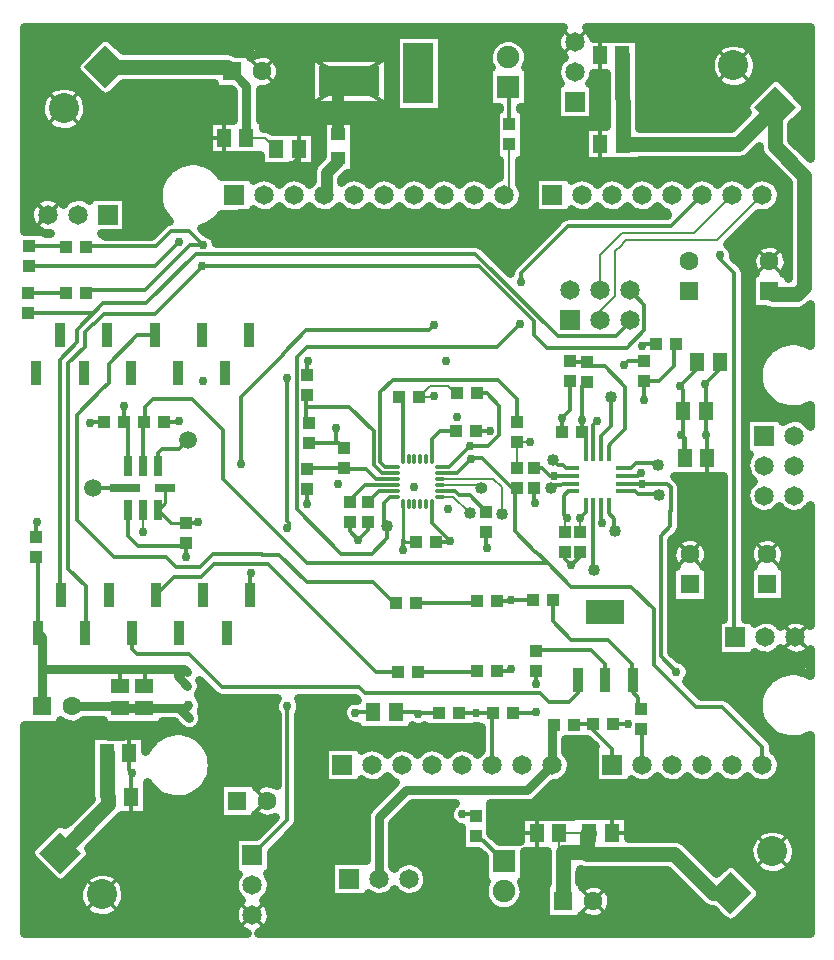
<source format=gbr>
G04 DipTrace 2.2.0.9*
%INTopAF.gbr*%
%MOIN*%
%ADD13C,0.01*%
%ADD14C,0.013*%
%ADD15C,0.0118*%
%ADD16C,0.03*%
%ADD17C,0.008*%
%ADD18C,0.04*%
%ADD19C,0.05*%
%ADD20C,0.1*%
%ADD22R,0.0433X0.0394*%
%ADD23R,0.0394X0.0433*%
%ADD24R,0.0512X0.0591*%
%ADD25R,0.063X0.063*%
%ADD26C,0.063*%
%ADD27R,0.0591X0.0512*%
%ADD28R,0.065X0.065*%
%ADD29C,0.065*%
%ADD31R,0.035X0.079*%
%ADD32R,0.1X0.2*%
%ADD34R,0.2X0.1*%
%ADD36R,0.075X0.075*%
%ADD37C,0.075*%
%ADD38R,0.0472X0.0394*%
%ADD40R,0.0374X0.0846*%
%ADD41R,0.128X0.0846*%
%ADD42C,0.0591*%
%ADD44O,0.0118X0.0335*%
%ADD45O,0.0335X0.0118*%
%ADD47R,0.0315X0.0118*%
%ADD48R,0.0118X0.0315*%
%ADD50R,0.0315X0.0657*%
%ADD51R,0.0657X0.0315*%
%ADD52R,0.0984X0.0315*%
%FSLAX44Y44*%
%SFA1B1*%
%OFA0B0*%
G04*
G70*
G90*
G75*
G01*
%LNTop*%
%LPD*%
X9722Y18019D2*
D13*
X9226D1*
X8796Y18449D1*
X9031Y19184D2*
Y18684D1*
X8796Y18449D1*
X17406Y17382D2*
X17026D1*
X16956Y17453D1*
Y18631D1*
X22936Y21025D2*
D14*
Y22562D1*
X23089Y22714D1*
X22937Y21454D2*
Y21026D1*
X22936Y21025D1*
X25411Y23960D2*
X25005D1*
X24938Y23893D1*
X22870Y17025D2*
Y16880D1*
X22581Y16591D1*
X22371Y17026D2*
Y16801D1*
X22581Y16591D1*
X16956Y17453D2*
Y17109D1*
X16973Y17092D1*
X21342Y19843D2*
X21614D1*
X21879Y19578D1*
X21999D1*
X9722Y18019D2*
X10124D1*
X10129Y18024D1*
X4932Y11890D2*
D16*
Y13146D1*
Y14213D1*
X4794Y14351D1*
X4932Y13146D2*
X7545D1*
X8377D1*
X9460D1*
X9667D1*
X9784Y13029D1*
X9460Y13146D2*
Y12898D1*
X9784Y12574D1*
X7545Y13146D2*
D14*
Y12582D1*
X7541Y12578D1*
X8377Y13146D2*
Y12609D1*
X8351Y12582D1*
X13777Y22929D2*
Y23392D1*
X13793Y23408D1*
X13777Y19134D2*
Y18671D1*
X13755Y18649D1*
X7009Y21359D2*
X6568D1*
X6549Y21340D1*
X9011Y21380D2*
X9474D1*
X9492Y21398D1*
X23056Y20188D2*
D15*
Y20411D1*
D14*
Y20905D1*
X22936Y21025D1*
X22692Y19568D2*
D15*
X22469D1*
D14*
X22009D1*
X21999Y19578D1*
X23568Y18692D2*
D15*
Y18469D1*
D14*
Y18014D1*
X23591Y17990D1*
X4794Y14351D2*
Y16794D1*
X4720Y16868D1*
X20636Y11681D2*
X21372D1*
X21387Y11696D1*
X18167Y11679D2*
X17488D1*
X17460Y11652D1*
X16725Y11688D2*
X17424D1*
X17460Y11652D1*
X10300Y27263D2*
X9877D1*
X8381Y25767D1*
X6512D1*
X6415Y25670D1*
X10300Y27263D2*
X9835Y27729D1*
X9224D1*
X8723Y27228D1*
X6377D1*
X6405Y27200D1*
X21388Y13082D2*
Y12649D1*
X21385Y12645D1*
X23531Y24776D2*
D17*
Y25075D1*
X24038Y25582D1*
Y27083D1*
X24135Y27180D1*
X24160D1*
X24413Y27433D1*
X27433D1*
X28940Y28940D1*
X23531Y25776D2*
Y26952D1*
X24260Y27681D1*
X26681D1*
X27940Y28940D1*
X8686Y24266D2*
D14*
X8106D1*
X7160Y23320D1*
Y22683D1*
X6933Y22455D1*
X6948D1*
X6092Y21600D1*
Y18107D1*
X7319Y16880D1*
X9072D1*
X9413Y16538D1*
X10210D1*
X10642Y16971D1*
X12258D1*
X12281Y16948D1*
X12850D1*
X13760Y16037D1*
X15976D1*
X16710Y15304D1*
Y15470D1*
X16856D1*
X16721Y15336D1*
X14792Y30169D2*
D18*
Y30053D1*
X14420Y29682D1*
Y29020D1*
X14340Y28940D1*
X5932Y11890D2*
D16*
X7480D1*
X7541Y11830D1*
X8351Y11834D2*
X9582D1*
X9697D1*
X9813Y11951D1*
X9582Y11834D2*
Y11757D1*
X9841Y11498D1*
X7541Y11830D2*
X8346D1*
X8351Y11834D1*
X18836Y11679D2*
D14*
X19965D1*
X19967Y11681D1*
X15977Y11688D2*
X15391D1*
X15383Y11680D1*
X19967Y11681D2*
X19409D1*
X19408Y11682D1*
X18075Y17382D2*
X18532D1*
X18540Y17390D1*
X19746Y17710D2*
Y17176D1*
X19752Y17170D1*
X20089Y15400D2*
X20543D1*
X20578Y15435D1*
X21342Y19173D2*
Y18720D1*
X21377Y18685D1*
X13819Y20674D2*
X14742D1*
X14840D1*
X14997Y20517D1*
X14742Y20674D2*
Y21161D1*
X14740Y21163D1*
X24999Y23417D2*
X24457D1*
X24323Y23284D1*
X22533Y22739D2*
Y21768D1*
X22258Y21494D1*
X22267Y21025D2*
Y21484D1*
X22258Y21494D1*
X23312Y20188D2*
D15*
Y20411D1*
D14*
Y21281D1*
X23442Y21411D1*
X19413Y21079D2*
X19873D1*
X19880Y21087D1*
X20103Y13070D2*
X20526D1*
X20578Y13122D1*
X15190Y18045D2*
Y17739D1*
X15483Y17445D1*
X15795Y18027D2*
Y17757D1*
X15483Y17445D1*
X11877Y15611D2*
Y16317D1*
X11903Y16344D1*
X4720Y17537D2*
Y17973D1*
X4771Y18024D1*
X7796Y18449D2*
Y17575D1*
X8143Y17228D1*
X9600D1*
X9722Y17350D1*
Y16873D1*
X9728Y16867D1*
X23972Y11302D2*
X24469D1*
X24472Y11305D1*
X19940Y9940D2*
Y11655D1*
X19967Y11681D1*
X17940Y18631D2*
D15*
Y18399D1*
D14*
Y17990D1*
X18540Y17390D1*
X21292Y15435D2*
X20578D1*
X13094Y22845D2*
Y18069D1*
X13160Y18003D1*
Y17904D1*
X13094Y17838D1*
X18940Y8302D2*
X19324D1*
X19385Y8241D1*
X20513Y30628D2*
D17*
Y29113D1*
X20340Y28940D1*
X8296Y19919D2*
D14*
Y21335D1*
X8342Y21380D1*
X18196Y19675D2*
D15*
X18428D1*
D14*
X18753D1*
X19219Y20141D1*
X20764Y19185D2*
X20587D1*
X19606Y20166D1*
X19244D1*
X19219Y20141D1*
X28940Y9940D2*
Y10551D1*
X27614Y11877D1*
X26738D1*
X25328Y13286D1*
Y15130D1*
X24576Y15882D1*
X22571D1*
X21787Y16667D1*
X21411Y17042D1*
X21383D1*
X20698Y17727D1*
Y19118D1*
X20764Y19185D1*
X21787Y16667D2*
X13772D1*
X10952Y19486D1*
Y21118D1*
X9947Y22123D1*
X8628D1*
X8378Y21873D1*
Y21416D1*
X8342Y21380D1*
X7796Y19919D2*
Y21241D1*
X7678Y21359D1*
X18196Y19872D2*
D15*
X18428D1*
D14*
X18506D1*
X19199Y20565D1*
X19815D1*
X20183Y20934D1*
Y21915D1*
X19776Y22322D1*
X19457D1*
X19433Y22346D1*
X7678Y21359D2*
Y21915D1*
X7683Y21920D1*
X8296Y18449D2*
D17*
Y17717D1*
X8288Y17708D1*
X24188Y19312D2*
D15*
X24411D1*
D14*
X24924D1*
X24925Y19311D1*
X25774D1*
X25893Y19191D1*
Y18406D1*
X25882Y18394D1*
Y17905D1*
X25555Y17578D1*
Y13567D1*
X26084Y13038D1*
X27520Y26943D2*
Y26817D1*
X27999Y26337D1*
Y14252D1*
X28051Y14200D1*
X11555Y19966D2*
Y22203D1*
X12973Y23621D1*
Y23652D1*
X13750Y24429D1*
X17845D1*
X18008Y24592D1*
X13109Y11904D2*
Y8109D1*
X11940Y6940D1*
X22371Y17695D2*
D17*
Y18087D1*
X22447Y18163D1*
X20775Y20710D2*
X21187D1*
X21193Y20704D1*
X20764Y19854D2*
Y20700D1*
X20775Y20710D1*
X22692Y19056D2*
D15*
X22479D1*
D14*
X22343Y18920D1*
Y18266D1*
X22447Y18163D1*
X16700Y19872D2*
D15*
X16468D1*
D14*
X16383D1*
X16207Y20047D1*
Y22367D1*
X16618Y22778D1*
X20121D1*
X20775Y22124D1*
Y21380D1*
X22870Y17695D2*
D17*
Y18149D1*
X22860Y18159D1*
X18763Y22346D2*
Y22306D1*
X18484Y22585D1*
X17880D1*
X17505Y22210D1*
X17976D1*
X18010Y22244D1*
X23056Y18692D2*
D15*
Y18469D1*
D14*
Y18355D1*
X22860Y18159D1*
X16956Y20128D2*
D15*
Y20360D1*
D14*
Y22090D1*
X16835Y22210D1*
X24280Y33589D2*
D19*
X24285Y30642D1*
X28138D1*
X29369Y31873D1*
X11750Y30847D2*
D17*
X12379D1*
X12744Y30482D1*
X11750Y30847D2*
D16*
Y32576D1*
X11260Y33067D1*
X7046Y33217D2*
D19*
X11110D1*
X11260Y33067D1*
X27883Y5673D2*
X27294D1*
X26003Y6964D1*
X23111D1*
Y7623D1*
X23174Y7686D1*
D17*
X22189D1*
X22167Y7664D1*
Y5554D1*
X22309Y5411D1*
X7086Y10336D2*
D19*
Y8925D1*
X7150Y8861D1*
Y8629D1*
X5535Y7014D1*
X29369Y31873D2*
Y30561D1*
X30346Y29584D1*
Y25879D1*
X30096Y25629D1*
X29291D1*
X29180Y25739D1*
X26284Y25521D2*
D17*
X26510Y25748D1*
X26304Y21752D2*
Y20218D1*
X26357Y20166D1*
X23111Y6964D2*
D19*
X23049Y7027D1*
X22305D1*
Y5416D1*
X22309Y5411D1*
X26357Y20166D2*
D14*
Y20823D1*
X26234Y20945D1*
X26304Y21752D2*
Y21015D1*
X26234Y20945D1*
X26304Y21752D2*
Y22441D1*
X26187Y22557D1*
X26784Y23373D2*
Y23154D1*
X26187Y22557D1*
X17390Y15336D2*
X19356D1*
X19420Y15400D1*
X7687Y19184D2*
X6655D1*
X6634Y19163D1*
X24999Y22748D2*
X25513D1*
X26013Y23248D1*
Y23960D1*
X26080D1*
X24188Y19568D2*
D15*
X24411D1*
D14*
X24807D1*
X24915Y19676D1*
X24992Y22118D2*
Y22741D1*
X24999Y22748D1*
X23089Y23383D2*
X22557D1*
X22533Y23408D1*
X23824Y20188D2*
D15*
Y20411D1*
D14*
Y20557D1*
X23860Y20593D1*
Y20651D1*
X24362Y21153D1*
Y22552D1*
X23686Y23228D1*
X23244D1*
X23089Y23383D1*
X23568Y20188D2*
D15*
Y20910D1*
D14*
X23888Y21230D1*
Y22200D1*
X14792Y30956D2*
D18*
Y32369D1*
X15169Y32746D1*
X11002Y30847D2*
D14*
X10367D1*
X10364Y30850D1*
X13492Y30482D2*
Y30189D1*
X13212Y29909D1*
X13234D1*
X13262Y29937D1*
X23537Y30642D2*
Y31219D1*
X23496Y31260D1*
X23532Y33589D2*
Y32851D1*
X23504Y32823D1*
X27532Y23373D2*
Y23133D1*
X27022Y22622D1*
X27052Y21752D2*
Y22593D1*
X27022Y22622D1*
X27052Y21752D2*
Y20943D1*
X27059Y20936D1*
X27105Y20166D2*
Y20890D1*
X27059Y20936D1*
X23922Y7686D2*
X24438D1*
X24456Y7704D1*
X21419Y7664D2*
X20787D1*
X20754Y7631D1*
X7898Y8861D2*
Y9656D1*
X7925Y9683D1*
X7834Y10336D2*
Y9774D1*
X7925Y9683D1*
X22811Y12771D2*
Y12335D1*
X22513Y12037D1*
X21837D1*
X21537Y12337D1*
X15703D1*
X15503Y12538D1*
X10922D1*
X9820Y13639D1*
X8093D1*
X7942Y13789D1*
Y14350D1*
Y14351D1*
X21388Y13751D2*
Y13781D1*
X23234D1*
X23715Y13300D1*
Y12772D1*
X23716Y12771D1*
X16700Y19478D2*
D15*
X16468D1*
D14*
X16069D1*
X15744Y19803D1*
X15042D1*
X14997Y19848D1*
X13821D1*
X13777Y19804D1*
X16700Y19675D2*
D15*
X16468D1*
D14*
X16268D1*
X15998Y19945D1*
Y21061D1*
X15179Y21881D1*
X13794D1*
X13751Y21838D1*
Y22234D1*
X13777Y22260D1*
X13751Y21838D2*
Y21410D1*
X13819Y21343D1*
X21940Y9940D2*
D16*
Y11239D1*
X21985Y11284D1*
X16165Y6149D2*
Y8198D1*
X17079Y9111D1*
X21111D1*
X21940Y9940D1*
X17483Y13025D2*
D14*
X19389D1*
X19434Y13070D1*
X4510Y27225D2*
X5711D1*
X5735Y27200D1*
X4470Y25675D2*
X5741D1*
X5745Y25670D1*
X20513Y31298D2*
Y32488D1*
X20466Y32535D1*
X19385Y7571D2*
X19481D1*
X20321Y6732D1*
X22692Y19824D2*
D15*
X22469D1*
D14*
X22400D1*
X22285Y19938D1*
X22144D1*
X21965Y20117D1*
X8796Y19919D2*
Y20339D1*
X8931Y20474D1*
X9517D1*
X9799Y20756D1*
X24188Y19056D2*
D15*
X24411D1*
D14*
X24711D1*
X24787Y18981D1*
X25452D1*
X25495Y18938D1*
X23824Y18692D2*
D15*
Y18469D1*
D14*
Y18325D1*
X23995Y18154D1*
Y17785D1*
X24028Y17752D1*
X24188Y19824D2*
D15*
X24411D1*
D14*
X24568D1*
X24738Y19994D1*
X25427D1*
X25471Y19950D1*
X22692Y19312D2*
D15*
X22469D1*
D14*
X22286D1*
X22243Y19269D1*
X21994D1*
X21888Y19164D1*
X23312Y18692D2*
D15*
Y18469D1*
D14*
Y16462D1*
X23320Y16454D1*
X24622Y12771D2*
Y12357D1*
X24816Y12162D1*
Y11899D1*
X24900Y11815D1*
X21961Y15435D2*
Y14738D1*
X22580Y14120D1*
X23794D1*
X24600Y13314D1*
Y12792D1*
X24622Y12771D1*
X18196Y19281D2*
D17*
X19734D1*
Y19115D1*
X19689Y19160D1*
X19571D1*
X18196Y18887D2*
X18647D1*
X19144Y18391D1*
X19267D1*
Y18237D1*
X19198Y18306D1*
Y18336D1*
X19746Y18379D2*
D14*
X19189Y18936D1*
X18832D1*
X18692Y19076D1*
X18432D1*
D15*
Y19084D1*
X18196D1*
X15190Y18715D2*
D14*
Y18785D1*
X15686Y19281D1*
X16472D1*
D15*
X16700D1*
X18744Y21079D2*
D14*
X18212D1*
X17944Y20812D1*
D15*
Y20351D1*
X17940D1*
Y20128D1*
X15795Y18696D2*
D14*
X16184Y19084D1*
X16472D1*
D15*
X16700D1*
X20278Y18302D2*
D17*
X20254D1*
Y19192D1*
X19969Y19478D1*
X18196D1*
X16814Y13025D2*
D14*
X16084D1*
X12455Y16654D1*
X10680D1*
X10247Y16221D1*
X9339D1*
X8729Y15611D1*
X23940Y9940D2*
Y10474D1*
X23112Y11302D1*
X23303D1*
X22672D1*
X22654Y11284D1*
X16700Y18887D2*
D15*
X16527D1*
D14*
X16321Y18682D1*
Y18021D1*
X16451Y17891D1*
X20892Y26033D2*
Y26325D1*
X22363Y27796D1*
Y27811D1*
X22456Y27905D1*
X25905D1*
X26940Y28940D1*
X16451Y17891D2*
Y17498D1*
X15924Y16971D1*
X14915D1*
X13427Y18459D1*
Y23536D1*
X13762Y23871D1*
X20106D1*
X20849Y24614D1*
X20871Y24653D1*
X24940Y9940D2*
Y11106D1*
X24900Y11146D1*
X4510Y26555D2*
X8700D1*
X9501Y27357D1*
X10257Y26585D2*
Y26547D1*
X8689Y24979D1*
X7002D1*
X6659Y24636D1*
X6629D1*
X6356Y24363D1*
Y23885D1*
X5811Y23340D1*
Y16487D1*
X6387Y15912D1*
Y14370D1*
X6368Y14351D1*
X10257Y26585D2*
Y26561D1*
X19504D1*
X21321Y24743D1*
Y24273D1*
X21755Y23839D1*
X24430D1*
X25016Y24426D1*
Y25280D1*
X24537Y25759D1*
X24443D1*
X24531Y25847D1*
Y25776D1*
Y24776D2*
Y24710D1*
X24056Y24236D1*
X22130D1*
X19381Y26985D1*
X10054D1*
X8391Y25322D1*
X6981D1*
X6114Y24454D1*
Y24028D1*
X5538Y23453D1*
Y15653D1*
X5581Y15611D1*
X6981Y25322D2*
Y25340D1*
X6647Y25005D1*
X4470D1*
D16*
X17460Y11652D3*
X15383Y11680D3*
X16973Y17092D3*
X21999Y19578D3*
X19408Y11682D3*
X21387Y11696D3*
X9813Y11951D3*
X22447Y18163D3*
X22860Y18159D3*
X9841Y11498D3*
X22937Y21454D3*
X24938Y23893D3*
X20578Y13122D3*
Y15435D3*
X22581Y16591D3*
X15483Y17445D3*
X18540Y17390D3*
X18403Y23418D3*
X17328Y19208D3*
X18468Y18474D3*
X18775Y21540D3*
X18010Y22244D3*
X19199Y20565D3*
X19219Y20141D3*
X21193Y20704D3*
X7683Y21920D3*
X10129Y18024D3*
X14795Y19290D3*
X8288Y17708D3*
X11903Y16344D3*
X14740Y21163D3*
X21377Y18685D3*
X13793Y23408D3*
X13755Y18649D3*
X11555Y19966D3*
X18008Y24592D3*
X9784Y12574D3*
Y13029D3*
X13094Y22845D3*
Y17838D3*
X18940Y8302D3*
X19752Y17170D3*
X23442Y21411D3*
X22258Y21494D3*
X24323Y23284D3*
X4771Y18024D3*
X19880Y21087D3*
X9728Y16867D3*
X24472Y11305D3*
X7925Y9683D3*
X9501Y27357D3*
X10257Y26585D3*
X10300Y27263D3*
X21385Y12645D3*
X10296Y22748D3*
X20754Y7631D3*
X24456Y7704D3*
X27059Y20936D3*
X9492Y21398D3*
X6549Y21340D3*
X24925Y19311D3*
X20892Y26033D3*
X26084Y13038D3*
X24915Y19676D3*
X24992Y22118D3*
X23591Y17990D3*
X27520Y26943D3*
X13109Y11904D3*
X20871Y24653D3*
X26187Y22557D3*
X26234Y20945D3*
X27022Y22622D3*
X23504Y32823D3*
X23496Y31260D3*
X10364Y30850D3*
X13262Y29937D3*
X4380Y34231D2*
X16658D1*
X18305D2*
X22075D1*
X23308D2*
X30499D1*
X4380Y33933D2*
X6610D1*
X7478D2*
X16658D1*
X18305D2*
X19902D1*
X21032D2*
X22055D1*
X24859D2*
X27530D1*
X28431D2*
X30499D1*
X4380Y33634D2*
X6311D1*
X12506D2*
X16658D1*
X18305D2*
X19779D1*
X21155D2*
X22199D1*
X24859D2*
X27251D1*
X28709D2*
X30499D1*
X4380Y33335D2*
X6040D1*
X12834D2*
X13849D1*
X16492D2*
X16658D1*
X18305D2*
X19799D1*
X21131D2*
X22117D1*
X24859D2*
X27161D1*
X28800D2*
X30499D1*
X4380Y33037D2*
X6077D1*
X12896D2*
X13849D1*
X16492D2*
X16658D1*
X18305D2*
X19771D1*
X21164D2*
X22047D1*
X24859D2*
X27190D1*
X28771D2*
X30499D1*
X4380Y32738D2*
X6377D1*
X12797D2*
X13849D1*
X16492D2*
X16658D1*
X18305D2*
X19771D1*
X21164D2*
X22125D1*
X23259D2*
X23708D1*
X24854D2*
X27358D1*
X28603D2*
X29084D1*
X29653D2*
X30499D1*
X4380Y32439D2*
X5122D1*
X6191D2*
X6672D1*
X7417D2*
X11232D1*
X12223D2*
X13849D1*
X16492D2*
X16658D1*
X18305D2*
X19771D1*
X21164D2*
X22047D1*
X23337D2*
X23712D1*
X24854D2*
X28785D1*
X29952D2*
X30499D1*
X4380Y32140D2*
X4900D1*
X6416D2*
X11277D1*
X12223D2*
X13849D1*
X16492D2*
X16658D1*
X18305D2*
X19771D1*
X21164D2*
X22047D1*
X23337D2*
X23712D1*
X24854D2*
X28485D1*
X30251D2*
X30499D1*
X4380Y31842D2*
X4835D1*
X6478D2*
X11277D1*
X12223D2*
X16658D1*
X18305D2*
X20127D1*
X20901D2*
X22047D1*
X23337D2*
X23712D1*
X24854D2*
X28342D1*
X4380Y31543D2*
X4888D1*
X6424D2*
X11277D1*
X12223D2*
X19996D1*
X21032D2*
X22047D1*
X23337D2*
X23712D1*
X24854D2*
X28243D1*
X30190D2*
X30499D1*
X4380Y31244D2*
X5093D1*
X6223D2*
X10424D1*
X12330D2*
X14234D1*
X15352D2*
X19996D1*
X21032D2*
X23712D1*
X24854D2*
X27944D1*
X29940D2*
X30499D1*
X4380Y30946D2*
X10424D1*
X14069D2*
X14234D1*
X15352D2*
X19996D1*
X21032D2*
X22957D1*
X29940D2*
X30499D1*
X4380Y30647D2*
X10424D1*
X14069D2*
X14234D1*
X15352D2*
X19996D1*
X21032D2*
X22957D1*
X30079D2*
X30499D1*
X4380Y30348D2*
X10424D1*
X14069D2*
X14234D1*
X15352D2*
X19996D1*
X21032D2*
X22957D1*
X28640D2*
X28842D1*
X4380Y30050D2*
X9604D1*
X10275D2*
X12167D1*
X15352D2*
X20152D1*
X20876D2*
X29084D1*
X4380Y29751D2*
X9092D1*
X10788D2*
X13902D1*
X15352D2*
X20152D1*
X20876D2*
X29384D1*
X4380Y29452D2*
X8878D1*
X12715D2*
X12967D1*
X13712D2*
X13896D1*
X15713D2*
X15965D1*
X16714D2*
X16966D1*
X17715D2*
X17966D1*
X18715D2*
X18967D1*
X19712D2*
X19968D1*
X20876D2*
X21292D1*
X23312D2*
X23568D1*
X24313D2*
X24565D1*
X25314D2*
X25565D1*
X26314D2*
X26566D1*
X27315D2*
X27567D1*
X28312D2*
X28567D1*
X29312D2*
X29683D1*
X4380Y29154D2*
X8780D1*
X20950D2*
X21292D1*
X29550D2*
X29773D1*
X4380Y28855D2*
X4851D1*
X5395D2*
X5852D1*
X7770D2*
X8763D1*
X20979D2*
X21292D1*
X29583D2*
X29775D1*
X4380Y28556D2*
X4539D1*
X7770D2*
X8825D1*
X20852D2*
X21292D1*
X29452D2*
X29773D1*
X7770Y28258D2*
X8985D1*
X10899D2*
X22375D1*
X28759D2*
X29773D1*
X4380Y27959D2*
X4572D1*
X7770D2*
X8919D1*
X10571D2*
X21989D1*
X28459D2*
X29773D1*
X5030Y27660D2*
X5196D1*
X6941D2*
X8620D1*
X10525D2*
X21694D1*
X28160D2*
X29773D1*
X10759Y27361D2*
X21395D1*
X27861D2*
X29773D1*
X19839Y27063D2*
X21095D1*
X27975D2*
X28637D1*
X20134Y26764D2*
X20796D1*
X28107D2*
X28543D1*
X28361Y26465D2*
X28608D1*
X28385Y26167D2*
X28543D1*
X28385Y25868D2*
X28543D1*
X28385Y25569D2*
X28543D1*
X28385Y25271D2*
X28543D1*
X28385Y24972D2*
X30499D1*
X28385Y24673D2*
X30499D1*
X28385Y24375D2*
X30499D1*
X28385Y24076D2*
X29724D1*
X30157D2*
X30499D1*
X28385Y23777D2*
X29121D1*
X28385Y23479D2*
X28891D1*
X28385Y23180D2*
X28785D1*
X28385Y22881D2*
X28760D1*
X28385Y22582D2*
X28818D1*
X28385Y22284D2*
X28965D1*
X28385Y21985D2*
X29269D1*
X28385Y21686D2*
X30499D1*
X26265Y19297D2*
X27612D1*
X26282Y18998D2*
X27612D1*
X26282Y18700D2*
X27612D1*
X26282Y18401D2*
X27612D1*
X28385D2*
X28633D1*
X29357D2*
X29634D1*
X26269Y18102D2*
X27612D1*
X28385D2*
X30499D1*
X26253Y17803D2*
X27612D1*
X28385D2*
X30499D1*
X26015Y17505D2*
X26222D1*
X26819D2*
X27612D1*
X28385D2*
X28785D1*
X29423D2*
X30499D1*
X27106Y17206D2*
X27612D1*
X29694D2*
X30499D1*
X27155Y16907D2*
X27612D1*
X29739D2*
X30499D1*
X27044Y16609D2*
X27612D1*
X28385D2*
X28588D1*
X29620D2*
X30499D1*
X27159Y16310D2*
X27612D1*
X29739D2*
X30499D1*
X27159Y16011D2*
X27612D1*
X29739D2*
X30499D1*
X27159Y15713D2*
X27612D1*
X29739D2*
X30499D1*
X27159Y15414D2*
X27612D1*
X29739D2*
X30499D1*
X25941Y15115D2*
X27612D1*
X28385D2*
X30499D1*
X25941Y14817D2*
X27403D1*
X28697D2*
X30499D1*
X25941Y14518D2*
X27403D1*
X25941Y14219D2*
X27403D1*
X25941Y13921D2*
X27403D1*
X26036Y13622D2*
X27403D1*
X29296D2*
X29806D1*
X30297D2*
X30499D1*
X26450Y13323D2*
X30499D1*
X26556Y13024D2*
X29523D1*
X26425Y12726D2*
X29068D1*
X10230Y12427D2*
X10498D1*
X26720D2*
X28867D1*
X10247Y12128D2*
X12700D1*
X13519D2*
X15378D1*
X27897D2*
X28773D1*
X10267Y11830D2*
X12643D1*
X13577D2*
X14936D1*
X28197D2*
X28764D1*
X10312Y11531D2*
X12721D1*
X13495D2*
X14936D1*
X28496D2*
X28834D1*
X4380Y11232D2*
X9452D1*
X10222D2*
X12721D1*
X13495D2*
X15399D1*
X28791D2*
X29002D1*
X4380Y10934D2*
X8829D1*
X10050D2*
X12721D1*
X13495D2*
X19553D1*
X29091D2*
X29351D1*
X4380Y10635D2*
X6508D1*
X10386D2*
X12721D1*
X13495D2*
X19553D1*
X22410D2*
X23244D1*
X29316D2*
X30499D1*
X4380Y10336D2*
X6508D1*
X10550D2*
X12721D1*
X13495D2*
X14292D1*
X22443D2*
X23294D1*
X29444D2*
X30499D1*
X4380Y10038D2*
X6508D1*
X10616D2*
X12721D1*
X13495D2*
X14292D1*
X22578D2*
X23294D1*
X29579D2*
X30499D1*
X4380Y9739D2*
X6516D1*
X10603D2*
X12721D1*
X13495D2*
X14292D1*
X22554D2*
X23294D1*
X29554D2*
X30499D1*
X4380Y9440D2*
X6516D1*
X10509D2*
X12721D1*
X13495D2*
X14292D1*
X16333D2*
X16547D1*
X22332D2*
X23294D1*
X25330D2*
X25549D1*
X26331D2*
X26550D1*
X27332D2*
X27550D1*
X28332D2*
X28547D1*
X29333D2*
X30499D1*
X4380Y9142D2*
X6516D1*
X10300D2*
X10802D1*
X13495D2*
X16453D1*
X21795D2*
X30499D1*
X4380Y8843D2*
X6520D1*
X8475D2*
X9063D1*
X9820D2*
X10802D1*
X13495D2*
X16154D1*
X21496D2*
X30499D1*
X4380Y8544D2*
X6270D1*
X8475D2*
X10802D1*
X13495D2*
X15858D1*
X17165D2*
X18540D1*
X19905D2*
X30499D1*
X4380Y8245D2*
X5971D1*
X7564D2*
X10802D1*
X13495D2*
X15694D1*
X16870D2*
X18471D1*
X19905D2*
X20841D1*
X24498D2*
X30499D1*
X4380Y7947D2*
X5319D1*
X7265D2*
X12413D1*
X13458D2*
X15694D1*
X16636D2*
X18647D1*
X19905D2*
X20841D1*
X24498D2*
X30499D1*
X4380Y7648D2*
X5019D1*
X6966D2*
X12114D1*
X13183D2*
X15694D1*
X16636D2*
X18868D1*
X19937D2*
X20841D1*
X24498D2*
X28711D1*
X29833D2*
X30499D1*
X4380Y7349D2*
X4720D1*
X6666D2*
X11294D1*
X12884D2*
X15694D1*
X16636D2*
X18868D1*
X26413D2*
X28506D1*
X30038D2*
X30499D1*
X6564Y7051D2*
X11294D1*
X12588D2*
X15694D1*
X16636D2*
X19467D1*
X21016D2*
X21735D1*
X26712D2*
X28449D1*
X30096D2*
X30499D1*
X4380Y6752D2*
X4646D1*
X6424D2*
X11294D1*
X12588D2*
X14517D1*
X16636D2*
X17007D1*
X17325D2*
X19623D1*
X21016D2*
X21735D1*
X27012D2*
X28514D1*
X30030D2*
X30499D1*
X4380Y6453D2*
X4945D1*
X6125D2*
X11294D1*
X12588D2*
X14517D1*
X17731D2*
X19623D1*
X21016D2*
X21735D1*
X27311D2*
X27513D1*
X28254D2*
X28736D1*
X29809D2*
X30499D1*
X4380Y6155D2*
X5245D1*
X5826D2*
X6307D1*
X7544D2*
X11331D1*
X12547D2*
X14517D1*
X17813D2*
X19623D1*
X21016D2*
X21735D1*
X22878D2*
X26017D1*
X28554D2*
X30499D1*
X4380Y5856D2*
X6135D1*
X7712D2*
X11298D1*
X12580D2*
X14517D1*
X17739D2*
X19635D1*
X21008D2*
X21674D1*
X23751D2*
X26316D1*
X28849D2*
X30499D1*
X4380Y5557D2*
X6106D1*
X7745D2*
X11425D1*
X12453D2*
X14517D1*
X16369D2*
X16961D1*
X17370D2*
X19648D1*
X20995D2*
X21674D1*
X23928D2*
X26615D1*
X28890D2*
X30499D1*
X4380Y5259D2*
X6192D1*
X7655D2*
X11380D1*
X12498D2*
X19820D1*
X20819D2*
X21674D1*
X23928D2*
X26915D1*
X28619D2*
X30499D1*
X4380Y4960D2*
X6463D1*
X7384D2*
X11294D1*
X12588D2*
X21674D1*
X23747D2*
X27448D1*
X28320D2*
X30499D1*
X4380Y4661D2*
X11359D1*
X12519D2*
X30499D1*
X4380Y4363D2*
X11692D1*
X12186D2*
X30499D1*
X21750Y8251D2*
X22624D1*
X22626Y8273D1*
X23722Y8269D1*
X23741Y8273D1*
X24470D1*
Y7506D1*
X26003D1*
X26133Y7491D1*
X26255Y7444D1*
X26386Y7348D1*
X27410Y6324D1*
X27677Y6587D1*
X27787Y6656D1*
X27916Y6670D1*
X28042Y6624D1*
X28183Y6494D1*
X28797Y5880D1*
X28866Y5770D1*
X28881Y5640D1*
X28834Y5515D1*
X28704Y5374D1*
X28090Y4760D1*
X27980Y4690D1*
X27850Y4676D1*
X27725Y4722D1*
X27584Y4852D1*
X27303Y5134D1*
X27164Y5147D1*
X27042Y5194D1*
X26911Y5290D1*
X25777Y6424D1*
X23111Y6422D1*
X22983Y6438D1*
X22871Y6479D1*
X22914Y6460D1*
X22847Y6370D1*
Y6022D1*
X22916Y6018D1*
X22923Y5879D1*
X23032Y5951D1*
X23154Y5998D1*
X23284Y6018D1*
X23415Y6009D1*
X23540Y5973D1*
X23655Y5910D1*
X23754Y5824D1*
X23833Y5719D1*
X23886Y5600D1*
X23913Y5471D1*
X23911Y5333D1*
X23880Y5205D1*
X23823Y5088D1*
X23742Y4985D1*
X23640Y4902D1*
X23523Y4843D1*
X23396Y4810D1*
X23266Y4806D1*
X23137Y4829D1*
X23016Y4880D1*
X22917Y4948D1*
X22916Y4804D1*
X21702D1*
Y6018D1*
X21764D1*
X21763Y7031D1*
X21757Y7077D1*
X20987D1*
X20988Y6065D1*
X20901D1*
X20940Y5980D1*
X20976Y5854D1*
X20988Y5732D1*
X20975Y5601D1*
X20937Y5476D1*
X20875Y5361D1*
X20791Y5259D1*
X20690Y5176D1*
X20574Y5115D1*
X20449Y5077D1*
X20318Y5065D1*
X20188Y5078D1*
X20063Y5117D1*
X19948Y5179D1*
X19847Y5262D1*
X19764Y5364D1*
X19703Y5480D1*
X19666Y5606D1*
X19654Y5736D1*
X19667Y5866D1*
X19706Y5992D1*
X19747Y6067D1*
X19654Y6065D1*
Y6897D1*
X19480Y7063D1*
X18896D1*
Y7862D1*
X18848Y7870D1*
X18726Y7916D1*
X18622Y7995D1*
X18546Y8102D1*
X18505Y8226D1*
X18502Y8357D1*
X18537Y8483D1*
X18608Y8593D1*
X18698Y8670D1*
X17260Y8669D1*
X16605Y8013D1*
X16607Y6578D1*
X16662Y6509D1*
X16782Y6632D1*
X16892Y6702D1*
X17015Y6747D1*
X17145Y6766D1*
X17275Y6756D1*
X17401Y6719D1*
X17516Y6656D1*
X17615Y6571D1*
X17694Y6466D1*
X17749Y6347D1*
X17778Y6220D1*
X17782Y6149D1*
X17768Y6019D1*
X17727Y5894D1*
X17661Y5781D1*
X17572Y5685D1*
X17465Y5610D1*
X17344Y5558D1*
X17216Y5534D1*
X17085Y5537D1*
X16957Y5568D1*
X16839Y5625D1*
X16736Y5705D1*
X16665Y5790D1*
X16572Y5685D1*
X16465Y5610D1*
X16344Y5558D1*
X16216Y5534D1*
X16085Y5537D1*
X15957Y5568D1*
X15839Y5625D1*
X15785Y5668D1*
X15782Y5532D1*
X14548D1*
Y6766D1*
X15725D1*
X15723Y8198D1*
X15743Y8327D1*
X15804Y8452D1*
X15945Y8603D1*
X16710Y9367D1*
X16614Y9416D1*
X16511Y9497D1*
X16440Y9581D1*
X16347Y9476D1*
X16240Y9401D1*
X16119Y9350D1*
X15990Y9325D1*
X15860Y9328D1*
X15732Y9359D1*
X15614Y9416D1*
X15559Y9459D1*
X15557Y9323D1*
X14323D1*
Y10557D1*
X15557D1*
Y10422D1*
X15667Y10493D1*
X15790Y10538D1*
X15920Y10557D1*
X16050Y10547D1*
X16176Y10510D1*
X16291Y10447D1*
X16390Y10362D1*
X16437Y10300D1*
X16556Y10423D1*
X16667Y10493D1*
X16790Y10538D1*
X16920Y10557D1*
X17050Y10547D1*
X17176Y10510D1*
X17291Y10447D1*
X17390Y10362D1*
X17437Y10300D1*
X17556Y10423D1*
X17667Y10493D1*
X17790Y10538D1*
X17920Y10557D1*
X18050Y10547D1*
X18176Y10510D1*
X18291Y10447D1*
X18390Y10362D1*
X18437Y10300D1*
X18556Y10423D1*
X18667Y10493D1*
X18790Y10538D1*
X18920Y10557D1*
X19050Y10547D1*
X19176Y10510D1*
X19291Y10447D1*
X19390Y10362D1*
X19437Y10300D1*
X19556Y10423D1*
X19580Y10439D1*
X19583Y11191D1*
X19458Y11192D1*
Y11246D1*
X19344Y11248D1*
X19345Y11191D1*
X18328Y11195D1*
X17888Y11191D1*
X17658D1*
Y11260D1*
X17625Y11242D1*
X17498Y11212D1*
X17368Y11220D1*
X17272Y11256D1*
X17273Y11101D1*
X16177Y11105D1*
X15737Y11101D1*
X15429D1*
Y11244D1*
X15290Y11248D1*
X15168Y11294D1*
X15064Y11374D1*
X14989Y11480D1*
X14947Y11604D1*
X14944Y11735D1*
X14979Y11861D1*
X15050Y11971D1*
X15150Y12056D1*
X15270Y12107D1*
X15420Y12118D1*
X15355Y12181D1*
X13457D1*
X13525Y12054D1*
X13551Y11904D1*
X13532Y11775D1*
X13466Y11642D1*
Y8109D1*
X13443Y7981D1*
X13362Y7857D1*
X12559Y7054D1*
X12557Y6323D1*
X12422D1*
X12469Y6257D1*
X12524Y6139D1*
X12553Y6011D1*
X12557Y5940D1*
X12543Y5810D1*
X12502Y5685D1*
X12436Y5572D1*
X12347Y5476D1*
X12297Y5441D1*
X12372Y5381D1*
X12455Y5280D1*
X12515Y5163D1*
X12549Y5037D1*
X12556Y4914D1*
X12537Y4784D1*
X12491Y4662D1*
X12420Y4552D1*
X12327Y4459D1*
X12217Y4388D1*
X12120Y4350D1*
X30533D1*
X30530Y6037D1*
Y10954D1*
X30421Y10894D1*
X30299Y10846D1*
X30172Y10812D1*
X30042Y10793D1*
X29911Y10789D1*
X29780Y10800D1*
X29652Y10825D1*
X29527Y10865D1*
X29407Y10919D1*
X29295Y10987D1*
X29190Y11066D1*
X29096Y11157D1*
X29012Y11258D1*
X28941Y11368D1*
X28882Y11485D1*
X28837Y11609D1*
X28807Y11736D1*
X28791Y11866D1*
X28790Y11998D1*
X28804Y12128D1*
X28833Y12256D1*
X28876Y12380D1*
X28933Y12498D1*
X29003Y12609D1*
X29085Y12711D1*
X29178Y12803D1*
X29281Y12884D1*
X29393Y12953D1*
X29512Y13009D1*
X29636Y13051D1*
X29765Y13078D1*
X29895Y13090D1*
X30026Y13088D1*
X30156Y13071D1*
X30284Y13039D1*
X30406Y12993D1*
X30533Y12926D1*
X30530Y13809D1*
X30438Y13719D1*
X30328Y13648D1*
X30205Y13602D1*
X30076Y13583D1*
X29945Y13592D1*
X29819Y13628D1*
X29704Y13690D1*
X29604Y13775D1*
X29551Y13839D1*
X29458Y13736D1*
X29351Y13660D1*
X29231Y13609D1*
X29102Y13585D1*
X28971Y13588D1*
X28844Y13619D1*
X28726Y13676D1*
X28671Y13719D1*
X28668Y13583D1*
X27434D1*
Y14817D1*
X27644D1*
X27642Y19579D1*
X26006Y19578D1*
X26146Y19444D1*
X26212Y19353D1*
X26243Y19263D1*
X26250Y19060D1*
Y18402D1*
X26239Y18263D1*
Y17905D1*
X26215Y17777D1*
X26134Y17653D1*
X25911Y17429D1*
X25912Y13711D1*
X26152Y13475D1*
X26229Y13455D1*
X26345Y13395D1*
X26438Y13303D1*
X26500Y13188D1*
X26526Y13038D1*
X26507Y12909D1*
X26450Y12791D1*
X26392Y12728D1*
X26889Y12231D1*
X27614Y12234D1*
X27743Y12210D1*
X27867Y12129D1*
X29192Y10803D1*
X29266Y10696D1*
X29297Y10551D1*
Y10440D1*
X29390Y10362D1*
X29469Y10257D1*
X29524Y10139D1*
X29553Y10011D1*
X29557Y9940D1*
X29543Y9810D1*
X29502Y9685D1*
X29436Y9572D1*
X29347Y9476D1*
X29240Y9401D1*
X29119Y9350D1*
X28990Y9325D1*
X28860Y9328D1*
X28732Y9359D1*
X28614Y9416D1*
X28511Y9497D1*
X28440Y9581D1*
X28347Y9476D1*
X28240Y9401D1*
X28119Y9350D1*
X27990Y9325D1*
X27860Y9328D1*
X27732Y9359D1*
X27614Y9416D1*
X27511Y9497D1*
X27440Y9581D1*
X27347Y9476D1*
X27240Y9401D1*
X27119Y9350D1*
X26990Y9325D1*
X26860Y9328D1*
X26732Y9359D1*
X26614Y9416D1*
X26511Y9497D1*
X26440Y9581D1*
X26347Y9476D1*
X26240Y9401D1*
X26119Y9350D1*
X25990Y9325D1*
X25860Y9328D1*
X25732Y9359D1*
X25614Y9416D1*
X25511Y9497D1*
X25440Y9581D1*
X25347Y9476D1*
X25240Y9401D1*
X25119Y9350D1*
X24990Y9325D1*
X24860Y9328D1*
X24732Y9359D1*
X24614Y9416D1*
X24559Y9459D1*
X24557Y9323D1*
X23323D1*
Y10557D1*
X23352D1*
X23116Y10793D1*
X22379Y10795D1*
X22382Y10374D1*
X22469Y10257D1*
X22524Y10139D1*
X22553Y10011D1*
X22557Y9940D1*
X22543Y9810D1*
X22502Y9685D1*
X22436Y9572D1*
X22347Y9476D1*
X22240Y9401D1*
X22119Y9350D1*
X21954Y9326D1*
X21424Y8798D1*
X21318Y8721D1*
X21187Y8676D1*
X20980Y8669D1*
X19877D1*
X19874Y7732D1*
Y7682D1*
X20160Y7397D1*
X20872Y7399D1*
X20871Y8251D1*
X21967Y8250D1*
X7698Y8278D2*
X7563Y8274D1*
X6475Y7187D1*
X6490Y7168D1*
X6533Y7046D1*
X6518Y6916D1*
X6449Y6807D1*
X5742Y6100D1*
X5632Y6031D1*
X5502Y6017D1*
X5377Y6063D1*
X5236Y6193D1*
X4622Y6807D1*
X4553Y6917D1*
X4538Y7047D1*
X4584Y7172D1*
X4715Y7313D1*
X5329Y7927D1*
X5439Y7997D1*
X5568Y8011D1*
X5694Y7965D1*
X5636Y7994D1*
X5802Y8047D1*
X6558Y8803D1*
X6544Y8925D1*
X6538Y9749D1*
Y10923D1*
X7634Y10919D1*
X7654Y10923D1*
X8382D1*
Y10394D1*
X8433Y10498D1*
X8503Y10609D1*
X8585Y10711D1*
X8678Y10803D1*
X8781Y10884D1*
X8893Y10953D1*
X9012Y11009D1*
X9136Y11051D1*
X9265Y11078D1*
X9395Y11090D1*
X9526Y11088D1*
X9656Y11071D1*
X9784Y11039D1*
X9906Y10993D1*
X10023Y10933D1*
X10132Y10860D1*
X10232Y10775D1*
X10322Y10680D1*
X10401Y10575D1*
X10467Y10461D1*
X10519Y10341D1*
X10558Y10216D1*
X10582Y10087D1*
X10591Y9940D1*
X10584Y9809D1*
X10562Y9680D1*
X10525Y9554D1*
X10474Y9433D1*
X10409Y9319D1*
X10332Y9213D1*
X10244Y9116D1*
X10145Y9030D1*
X10037Y8955D1*
X9921Y8894D1*
X9799Y8846D1*
X9672Y8812D1*
X9542Y8793D1*
X9411Y8789D1*
X9280Y8800D1*
X9152Y8825D1*
X9027Y8865D1*
X8907Y8919D1*
X8795Y8987D1*
X8690Y9066D1*
X8596Y9157D1*
X8512Y9258D1*
X8448Y9358D1*
X8446Y8274D1*
X7559D1*
X10963Y9359D2*
X12045D1*
X12052Y9220D1*
X12161Y9292D1*
X12283Y9339D1*
X12413Y9359D1*
X12543Y9350D1*
X12669Y9314D1*
X12753Y9271D1*
X12752Y11640D1*
X12715Y11704D1*
X12674Y11829D1*
X12671Y11959D1*
X12706Y12085D1*
X12766Y12178D1*
X11697Y12181D1*
X10922D1*
X10793Y12204D1*
X10669Y12285D1*
X10173Y12781D1*
X10200Y12724D1*
X10226Y12574D1*
X10206Y12445D1*
X10147Y12324D1*
X10119Y12287D1*
X10229Y12100D1*
X10255Y11951D1*
X10223Y11787D1*
X10231Y11706D1*
X10275Y11583D1*
X10281Y11452D1*
X10248Y11325D1*
X10179Y11214D1*
X10081Y11127D1*
X9962Y11073D1*
X9833Y11056D1*
X9704Y11078D1*
X9587Y11137D1*
X9436Y11279D1*
X9320Y11392D1*
X8939D1*
X8938Y11286D1*
X7734Y11282D1*
X6954D1*
Y11450D1*
X6345Y11448D1*
X6217Y11355D1*
X6096Y11306D1*
X5967Y11284D1*
X5836Y11291D1*
X5709Y11325D1*
X5593Y11386D1*
X5540Y11431D1*
X5539Y11283D1*
X4350D1*
Y4353D1*
X6169Y4350D1*
X11757Y4351D1*
X11637Y4403D1*
X11530Y4479D1*
X11442Y4576D1*
X11376Y4689D1*
X11336Y4814D1*
X11323Y4944D1*
X11338Y5074D1*
X11380Y5198D1*
X11447Y5311D1*
X11536Y5406D1*
X11579Y5440D1*
X11511Y5497D1*
X11427Y5597D1*
X11366Y5713D1*
X11331Y5839D1*
X11324Y5970D1*
X11344Y6100D1*
X11391Y6222D1*
X11456Y6321D1*
X11323Y6323D1*
Y7557D1*
X12059Y7564D1*
X12700Y8205D1*
X12577Y8162D1*
X12447Y8146D1*
X12316Y8158D1*
X12192Y8198D1*
X12078Y8264D1*
X12046Y8290D1*
X12045Y8146D1*
X10831D1*
Y9359D1*
X10963D1*
X24826Y31230D2*
X24833D1*
Y31184D1*
X27914D1*
X28431Y31701D1*
X28414Y31718D1*
X28372Y31841D1*
X28387Y31970D1*
X28456Y32079D1*
X29163Y32786D1*
X29273Y32856D1*
X29402Y32870D1*
X29528Y32824D1*
X29668Y32694D1*
X30283Y32079D1*
X30352Y31969D1*
X30366Y31840D1*
X30320Y31714D1*
X30190Y31574D1*
X29909Y31292D1*
X29911Y30786D1*
X30532Y30165D1*
X30530Y31365D1*
Y34527D1*
X28711Y34530D1*
X23073D1*
X23176Y34426D1*
X23246Y34315D1*
X23291Y34192D1*
X23299Y34177D1*
X24828D1*
X24824Y32540D1*
X24826Y31232D1*
X24833Y30098D2*
Y30055D1*
X23737Y30059D1*
X23717Y30055D1*
X22989D1*
Y31230D1*
X23741D1*
X23739Y33002D1*
X23306D1*
X23295Y32913D1*
X23254Y32789D1*
X23173Y32661D1*
X23309Y32660D1*
Y31426D1*
X22075D1*
Y32660D1*
X22210D1*
X22179Y32701D1*
X22118Y32817D1*
X22083Y32943D1*
X22075Y33074D1*
X22096Y33203D1*
X22143Y33325D1*
X22215Y33435D1*
X22332Y33542D1*
X22244Y33619D1*
X22165Y33723D1*
X22109Y33841D1*
X22079Y33969D1*
X22077Y34100D1*
X22103Y34228D1*
X22155Y34348D1*
X22232Y34455D1*
X22313Y34530D1*
X4347D1*
X4350Y32843D1*
Y27737D1*
X4854Y27733D1*
X4755Y27793D1*
X4659Y27882D1*
X4584Y27989D1*
X4533Y28110D1*
X4509Y28239D1*
X4512Y28370D1*
X4544Y28497D1*
X4601Y28615D1*
X4682Y28718D1*
X4783Y28801D1*
X4899Y28862D1*
X5025Y28896D1*
X5156Y28903D1*
X5285Y28883D1*
X5407Y28835D1*
X5517Y28763D1*
X5608Y28669D1*
X5624Y28649D1*
X5740Y28770D1*
X5851Y28840D1*
X5974Y28886D1*
X6104Y28904D1*
X6234Y28894D1*
X6360Y28857D1*
X6475Y28795D1*
X6509Y28765D1*
X6507Y28904D1*
X7741D1*
Y27670D1*
X6917D1*
X7033Y27585D1*
X8579D1*
X8972Y27981D1*
X9083Y28056D1*
X9032Y28030D1*
X9155Y28079D1*
X9012Y28258D1*
X8941Y28368D1*
X8882Y28485D1*
X8837Y28609D1*
X8807Y28736D1*
X8791Y28866D1*
X8790Y28998D1*
X8804Y29128D1*
X8833Y29256D1*
X8876Y29380D1*
X8933Y29498D1*
X9003Y29609D1*
X9085Y29711D1*
X9178Y29803D1*
X9281Y29884D1*
X9393Y29953D1*
X9512Y30009D1*
X9636Y30051D1*
X9765Y30078D1*
X9895Y30090D1*
X10026Y30088D1*
X10156Y30071D1*
X10284Y30039D1*
X10406Y29993D1*
X10523Y29933D1*
X10632Y29860D1*
X10732Y29775D1*
X10822Y29680D1*
X10911Y29557D1*
X11957D1*
Y29422D1*
X12067Y29493D1*
X12190Y29538D1*
X12320Y29557D1*
X12450Y29547D1*
X12576Y29510D1*
X12691Y29447D1*
X12790Y29362D1*
X12837Y29300D1*
X12956Y29423D1*
X13067Y29493D1*
X13190Y29538D1*
X13320Y29557D1*
X13450Y29547D1*
X13576Y29510D1*
X13691Y29447D1*
X13790Y29362D1*
X13837Y29300D1*
X13930Y29397D1*
X13928Y29682D1*
X13961Y29895D1*
X12196D1*
Y30260D1*
X11202Y30264D1*
X11183Y30260D1*
X10454D1*
Y31434D1*
X11308D1*
Y32393D1*
X11244Y32458D1*
X10653Y32460D1*
Y32677D1*
X8485Y32675D1*
X7620D1*
X7252Y32303D1*
X7142Y32234D1*
X7013Y32220D1*
X6887Y32266D1*
X6746Y32396D1*
X6132Y33011D1*
X6063Y33121D1*
X6048Y33250D1*
X6094Y33376D1*
X6225Y33516D1*
X6839Y34131D1*
X6949Y34200D1*
X7079Y34214D1*
X7204Y34168D1*
X7345Y34038D1*
X7626Y33757D1*
X9539Y33759D1*
X11110D1*
X11240Y33743D1*
X11396Y33677D1*
X11867Y33674D1*
X11873Y33535D1*
X11982Y33607D1*
X12105Y33654D1*
X12234Y33673D1*
X12365Y33665D1*
X12490Y33628D1*
X12606Y33566D1*
X12704Y33480D1*
X12783Y33375D1*
X12837Y33255D1*
X12864Y33127D1*
X12861Y32989D1*
X12831Y32861D1*
X12773Y32744D1*
X12692Y32641D1*
X12590Y32558D1*
X12473Y32499D1*
X12347Y32466D1*
X12216Y32462D1*
X12192Y32464D1*
Y31432D1*
X12298Y31434D1*
Y31176D1*
X12379Y31179D1*
X12507Y31153D1*
X12614Y31082D1*
X12628Y31067D1*
X13292Y31070D1*
X14040D1*
Y29993D1*
X14267Y30224D1*
X14264Y30658D1*
Y31445D1*
X15320D1*
Y29680D1*
X15111D1*
X14911Y29476D1*
X14912Y29382D1*
X14956Y29423D1*
X15067Y29493D1*
X15190Y29538D1*
X15320Y29557D1*
X15450Y29547D1*
X15576Y29510D1*
X15691Y29447D1*
X15790Y29362D1*
X15837Y29300D1*
X15956Y29423D1*
X16067Y29493D1*
X16190Y29538D1*
X16320Y29557D1*
X16450Y29547D1*
X16576Y29510D1*
X16691Y29447D1*
X16790Y29362D1*
X16837Y29300D1*
X16956Y29423D1*
X17067Y29493D1*
X17190Y29538D1*
X17320Y29557D1*
X17450Y29547D1*
X17576Y29510D1*
X17691Y29447D1*
X17790Y29362D1*
X17837Y29300D1*
X17956Y29423D1*
X18067Y29493D1*
X18190Y29538D1*
X18320Y29557D1*
X18450Y29547D1*
X18576Y29510D1*
X18691Y29447D1*
X18790Y29362D1*
X18837Y29300D1*
X18956Y29423D1*
X19067Y29493D1*
X19190Y29538D1*
X19320Y29557D1*
X19450Y29547D1*
X19576Y29510D1*
X19691Y29447D1*
X19790Y29362D1*
X19837Y29300D1*
X19956Y29423D1*
X20067Y29493D1*
X20178Y29534D1*
X20181Y30118D1*
X20024Y30120D1*
X20028Y31137D1*
X20024Y31577D1*
Y31806D1*
X20160D1*
X20156Y31868D1*
X19799D1*
Y33202D1*
X19886D1*
X19849Y33283D1*
X19812Y33409D1*
X19800Y33539D1*
X19813Y33669D1*
X19852Y33795D1*
X19915Y33910D1*
X19999Y34010D1*
X20101Y34093D1*
X20217Y34153D1*
X20342Y34190D1*
X20473Y34202D1*
X20603Y34188D1*
X20728Y34148D1*
X20843Y34085D1*
X20943Y34001D1*
X21025Y33899D1*
X21086Y33783D1*
X21122Y33657D1*
X21133Y33535D1*
X21121Y33404D1*
X21083Y33279D1*
X21042Y33203D1*
X21133Y33202D1*
Y31868D1*
X20867D1*
X20870Y31803D1*
X21002Y31806D1*
X20998Y30789D1*
X21002Y30349D1*
Y30120D1*
X20842D1*
X20845Y29447D1*
Y29296D1*
X20924Y29139D1*
X20953Y29011D1*
X20957Y28940D1*
X20943Y28810D1*
X20902Y28685D1*
X20836Y28572D1*
X20747Y28476D1*
X20640Y28401D1*
X20519Y28350D1*
X20390Y28325D1*
X20260Y28328D1*
X20132Y28359D1*
X20014Y28416D1*
X19911Y28497D1*
X19840Y28581D1*
X19747Y28476D1*
X19640Y28401D1*
X19519Y28350D1*
X19390Y28325D1*
X19260Y28328D1*
X19132Y28359D1*
X19014Y28416D1*
X18911Y28497D1*
X18840Y28581D1*
X18747Y28476D1*
X18640Y28401D1*
X18519Y28350D1*
X18390Y28325D1*
X18260Y28328D1*
X18132Y28359D1*
X18014Y28416D1*
X17911Y28497D1*
X17840Y28581D1*
X17747Y28476D1*
X17640Y28401D1*
X17519Y28350D1*
X17390Y28325D1*
X17260Y28328D1*
X17132Y28359D1*
X17014Y28416D1*
X16911Y28497D1*
X16840Y28581D1*
X16747Y28476D1*
X16640Y28401D1*
X16519Y28350D1*
X16390Y28325D1*
X16260Y28328D1*
X16132Y28359D1*
X16014Y28416D1*
X15911Y28497D1*
X15840Y28581D1*
X15747Y28476D1*
X15640Y28401D1*
X15519Y28350D1*
X15390Y28325D1*
X15260Y28328D1*
X15132Y28359D1*
X15014Y28416D1*
X14911Y28497D1*
X14840Y28581D1*
X14747Y28476D1*
X14640Y28401D1*
X14519Y28350D1*
X14390Y28325D1*
X14260Y28328D1*
X14132Y28359D1*
X14014Y28416D1*
X13911Y28497D1*
X13840Y28581D1*
X13747Y28476D1*
X13640Y28401D1*
X13519Y28350D1*
X13390Y28325D1*
X13260Y28328D1*
X13132Y28359D1*
X13014Y28416D1*
X12911Y28497D1*
X12840Y28581D1*
X12747Y28476D1*
X12640Y28401D1*
X12519Y28350D1*
X12390Y28325D1*
X12260Y28328D1*
X12132Y28359D1*
X12014Y28416D1*
X11959Y28459D1*
X11957Y28323D1*
X10909Y28319D1*
X10832Y28213D1*
X10744Y28116D1*
X10645Y28030D1*
X10537Y27955D1*
X10421Y27894D1*
X10239Y27830D1*
X10368Y27700D1*
X10446Y27681D1*
X10561Y27620D1*
X10654Y27528D1*
X10716Y27413D1*
X10730Y27345D1*
X12548Y27342D1*
X19381D1*
X19509Y27318D1*
X19633Y27237D1*
X20535Y26335D1*
X20543Y26402D1*
X20594Y26522D1*
X20732Y26670D1*
X22068Y28013D1*
X22204Y28157D1*
X22273Y28211D1*
X22353Y28246D1*
X22456Y28262D1*
X25758D1*
X25732Y28359D1*
X25614Y28416D1*
X25511Y28497D1*
X25440Y28581D1*
X25347Y28476D1*
X25240Y28401D1*
X25119Y28350D1*
X24990Y28325D1*
X24860Y28328D1*
X24732Y28359D1*
X24614Y28416D1*
X24511Y28497D1*
X24440Y28581D1*
X24347Y28476D1*
X24240Y28401D1*
X24119Y28350D1*
X23990Y28325D1*
X23860Y28328D1*
X23732Y28359D1*
X23614Y28416D1*
X23511Y28497D1*
X23440Y28581D1*
X23347Y28476D1*
X23240Y28401D1*
X23119Y28350D1*
X22990Y28325D1*
X22860Y28328D1*
X22732Y28359D1*
X22614Y28416D1*
X22559Y28459D1*
X22557Y28323D1*
X21323D1*
Y29557D1*
X22557D1*
Y29422D1*
X22667Y29493D1*
X22790Y29538D1*
X22920Y29557D1*
X23050Y29547D1*
X23176Y29510D1*
X23291Y29447D1*
X23390Y29362D1*
X23437Y29300D1*
X23556Y29423D1*
X23667Y29493D1*
X23790Y29538D1*
X23920Y29557D1*
X24050Y29547D1*
X24176Y29510D1*
X24291Y29447D1*
X24390Y29362D1*
X24437Y29300D1*
X24556Y29423D1*
X24667Y29493D1*
X24790Y29538D1*
X24920Y29557D1*
X25050Y29547D1*
X25176Y29510D1*
X25291Y29447D1*
X25390Y29362D1*
X25437Y29300D1*
X25556Y29423D1*
X25667Y29493D1*
X25790Y29538D1*
X25920Y29557D1*
X26050Y29547D1*
X26176Y29510D1*
X26291Y29447D1*
X26390Y29362D1*
X26437Y29300D1*
X26556Y29423D1*
X26667Y29493D1*
X26790Y29538D1*
X26920Y29557D1*
X27050Y29547D1*
X27176Y29510D1*
X27291Y29447D1*
X27390Y29362D1*
X27437Y29300D1*
X27556Y29423D1*
X27667Y29493D1*
X27790Y29538D1*
X27920Y29557D1*
X28050Y29547D1*
X28176Y29510D1*
X28291Y29447D1*
X28390Y29362D1*
X28437Y29300D1*
X28556Y29423D1*
X28667Y29493D1*
X28790Y29538D1*
X28920Y29557D1*
X29050Y29547D1*
X29176Y29510D1*
X29291Y29447D1*
X29390Y29362D1*
X29469Y29257D1*
X29524Y29139D1*
X29553Y29011D1*
X29557Y28940D1*
X29543Y28810D1*
X29502Y28685D1*
X29436Y28572D1*
X29347Y28476D1*
X29240Y28401D1*
X29119Y28350D1*
X28990Y28325D1*
X28860Y28328D1*
X28808Y28341D1*
X27774Y27305D1*
X27874Y27208D1*
X27936Y27093D1*
X27962Y26943D1*
X27958Y26883D1*
X28252Y26589D1*
X28326Y26482D1*
X28356Y26337D1*
Y14817D1*
X28668D1*
Y14681D1*
X28778Y14753D1*
X28901Y14798D1*
X29031Y14816D1*
X29162Y14807D1*
X29287Y14770D1*
X29402Y14707D1*
X29502Y14622D1*
X29548Y14560D1*
X29648Y14666D1*
X29755Y14741D1*
X29876Y14791D1*
X30005Y14815D1*
X30136Y14811D1*
X30263Y14779D1*
X30381Y14722D1*
X30483Y14640D1*
X30530Y14589D1*
Y18615D1*
X30491Y18553D1*
X30402Y18456D1*
X30295Y18381D1*
X30174Y18330D1*
X30046Y18305D1*
X29915Y18309D1*
X29787Y18339D1*
X29669Y18396D1*
X29566Y18477D1*
X29495Y18562D1*
X29402Y18456D1*
X29295Y18381D1*
X29174Y18330D1*
X29046Y18305D1*
X28915Y18309D1*
X28787Y18339D1*
X28669Y18396D1*
X28566Y18477D1*
X28482Y18577D1*
X28421Y18693D1*
X28386Y18820D1*
X28379Y18950D1*
X28399Y19080D1*
X28446Y19202D1*
X28518Y19312D1*
X28636Y19419D1*
X28566Y19477D1*
X28482Y19577D1*
X28421Y19693D1*
X28386Y19820D1*
X28379Y19950D1*
X28399Y20080D1*
X28446Y20202D1*
X28511Y20301D1*
X28378Y20303D1*
Y21537D1*
X29612D1*
Y21402D1*
X29722Y21474D1*
X29845Y21519D1*
X29975Y21537D1*
X30105Y21527D1*
X30231Y21490D1*
X30346Y21428D1*
X30445Y21342D1*
X30529Y21227D1*
X30530Y21953D1*
X30421Y21894D1*
X30299Y21846D1*
X30172Y21812D1*
X30042Y21793D1*
X29911Y21789D1*
X29780Y21800D1*
X29652Y21825D1*
X29527Y21865D1*
X29407Y21919D1*
X29295Y21987D1*
X29190Y22066D1*
X29096Y22157D1*
X29012Y22258D1*
X28941Y22368D1*
X28882Y22485D1*
X28837Y22609D1*
X28807Y22736D1*
X28791Y22866D1*
X28790Y22998D1*
X28804Y23128D1*
X28833Y23256D1*
X28876Y23380D1*
X28933Y23498D1*
X29003Y23609D1*
X29085Y23711D1*
X29178Y23803D1*
X29281Y23884D1*
X29393Y23953D1*
X29512Y24009D1*
X29636Y24051D1*
X29765Y24078D1*
X29895Y24090D1*
X30026Y24088D1*
X30156Y24071D1*
X30284Y24039D1*
X30406Y23993D1*
X30533Y23926D1*
X30530Y25066D1*
Y25300D1*
X30479Y25245D1*
X30376Y25165D1*
X30257Y25111D1*
X30096Y25087D1*
X29291D1*
X29112Y25117D1*
X29000Y25132D1*
X28573D1*
Y26346D1*
X28717D1*
X28637Y26469D1*
X28591Y26592D1*
X28574Y26722D1*
X28584Y26853D1*
X28622Y26978D1*
X28686Y27092D1*
X28774Y27190D1*
X28880Y27267D1*
X29000Y27319D1*
X29129Y27344D1*
X29259Y27341D1*
X29387Y27310D1*
X29504Y27252D1*
X29607Y27171D1*
X29690Y27069D1*
X29749Y26952D1*
X29781Y26825D1*
X29785Y26687D1*
X29760Y26558D1*
X29707Y26438D1*
X29643Y26346D1*
X29787D1*
Y26170D1*
X29804Y26273D1*
Y29361D1*
X28986Y30178D1*
X28905Y30281D1*
X28851Y30401D1*
X28827Y30565D1*
X28522Y30259D1*
X28419Y30178D1*
X28299Y30125D1*
X28138Y30100D1*
X24829D1*
X28628Y16579D2*
X28640D1*
X28560Y16702D1*
X28515Y16825D1*
X28497Y16955D1*
X28507Y17086D1*
X28546Y17211D1*
X28610Y17325D1*
X28697Y17423D1*
X28803Y17499D1*
X28923Y17552D1*
X29052Y17577D1*
X29183Y17574D1*
X29310Y17543D1*
X29428Y17485D1*
X29530Y17404D1*
X29613Y17302D1*
X29672Y17185D1*
X29704Y17058D1*
X29708Y16920D1*
X29683Y16791D1*
X29631Y16671D1*
X29566Y16579D1*
X29711D1*
Y15365D1*
X28497D1*
Y16579D1*
X28628D1*
X26046Y16568D2*
X26058D1*
X25978Y16691D1*
X25933Y16814D1*
X25915Y16944D1*
X25925Y17074D1*
X25964Y17200D1*
X26028Y17314D1*
X26115Y17411D1*
X26221Y17488D1*
X26341Y17540D1*
X26470Y17565D1*
X26601Y17562D1*
X26728Y17531D1*
X26846Y17474D1*
X26948Y17392D1*
X27031Y17291D1*
X27090Y17174D1*
X27122Y17047D1*
X27126Y16908D1*
X27101Y16780D1*
X27049Y16660D1*
X26984Y16568D1*
X27129D1*
Y15354D1*
X25915D1*
Y16568D1*
X26046D1*
X16821Y34288D2*
X18274D1*
Y31704D1*
X16690D1*
Y34288D1*
X16821D1*
X13903Y33538D2*
X16461D1*
Y31954D1*
X13877D1*
Y33538D1*
X13903D1*
X30064Y7036D2*
X30043Y6880D1*
X29992Y6731D1*
X29912Y6596D1*
X29807Y6478D1*
X29682Y6384D1*
X29540Y6317D1*
X29387Y6278D1*
X29230Y6271D1*
X29075Y6295D1*
X28927Y6349D1*
X28793Y6431D1*
X28678Y6538D1*
X28586Y6666D1*
X28521Y6809D1*
X28486Y6963D1*
X28482Y7120D1*
X28509Y7275D1*
X28566Y7421D1*
X28651Y7554D1*
X28760Y7666D1*
X28890Y7756D1*
X29034Y7818D1*
X29188Y7850D1*
X29345Y7851D1*
X29500Y7821D1*
X29645Y7761D1*
X29776Y7673D1*
X29887Y7562D1*
X29973Y7430D1*
X30032Y7285D1*
X30061Y7130D1*
X30064Y7036D1*
X28772Y33235D2*
X28751Y33080D1*
X28700Y32931D1*
X28620Y32795D1*
X28516Y32678D1*
X28390Y32584D1*
X28248Y32516D1*
X28095Y32478D1*
X27938Y32471D1*
X27783Y32495D1*
X27635Y32549D1*
X27501Y32631D1*
X27386Y32738D1*
X27294Y32866D1*
X27230Y33009D1*
X27195Y33162D1*
X27190Y33319D1*
X27217Y33474D1*
X27274Y33621D1*
X27359Y33753D1*
X27469Y33866D1*
X27598Y33955D1*
X27743Y34017D1*
X27897Y34049D1*
X28054Y34050D1*
X28208Y34020D1*
X28353Y33960D1*
X28484Y33873D1*
X28595Y33761D1*
X28681Y33630D1*
X28740Y33484D1*
X28769Y33330D1*
X28772Y33235D1*
X7716Y5599D2*
X7695Y5443D1*
X7644Y5294D1*
X7564Y5159D1*
X7459Y5041D1*
X7334Y4947D1*
X7192Y4880D1*
X7039Y4841D1*
X6882Y4834D1*
X6727Y4858D1*
X6579Y4912D1*
X6445Y4994D1*
X6330Y5101D1*
X6238Y5229D1*
X6173Y5372D1*
X6138Y5526D1*
X6134Y5683D1*
X6161Y5838D1*
X6218Y5984D1*
X6303Y6117D1*
X6412Y6230D1*
X6542Y6319D1*
X6686Y6381D1*
X6840Y6413D1*
X6997Y6414D1*
X7152Y6384D1*
X7297Y6324D1*
X7428Y6236D1*
X7539Y6125D1*
X7625Y5993D1*
X7684Y5848D1*
X7713Y5693D1*
X7716Y5599D1*
X6448Y31802D2*
X6428Y31646D1*
X6376Y31498D1*
X6297Y31362D1*
X6192Y31245D1*
X6066Y31150D1*
X5924Y31083D1*
X5772Y31045D1*
X5615Y31037D1*
X5459Y31061D1*
X5312Y31115D1*
X5178Y31198D1*
X5063Y31305D1*
X4971Y31432D1*
X4906Y31576D1*
X4871Y31729D1*
X4867Y31886D1*
X4894Y32041D1*
X4951Y32187D1*
X5036Y32320D1*
X5145Y32433D1*
X5275Y32522D1*
X5419Y32584D1*
X5573Y32616D1*
X5730Y32617D1*
X5885Y32587D1*
X6030Y32527D1*
X6161Y32439D1*
X6271Y32328D1*
X6358Y32197D1*
X6417Y32051D1*
X6446Y31896D1*
X6448Y31802D1*
X21419Y8251D2*
D14*
Y7077D1*
X23922Y8272D2*
Y7686D1*
X22881Y5840D2*
X23738Y4982D1*
Y5840D2*
X22881Y4982D1*
X7898Y8861D2*
Y8274D1*
X7834Y10923D2*
Y10336D1*
X12009Y9181D2*
X12438Y8752D1*
D2*
X12009Y8324D1*
X23537Y31229D2*
Y30055D1*
X23532Y34176D2*
Y33003D1*
X28751Y27168D2*
X29609Y26310D1*
Y27168D2*
X28751Y26310D1*
X11002Y31434D2*
Y30260D1*
X13492Y31069D2*
Y29896D1*
X11831Y33496D2*
X12688Y32638D1*
Y33496D2*
X12260Y33067D1*
X28675Y17401D2*
X29532Y16543D1*
Y17401D2*
X28675Y16543D1*
X26093Y17390D2*
X26950Y16532D1*
Y17390D2*
X26093Y16532D1*
X27105Y20166D2*
Y19579D1*
X13878Y33538D2*
X16461Y31954D1*
Y33538D2*
X13878Y31954D1*
X14792Y31445D2*
Y30956D1*
X29616Y14636D2*
X30487Y13764D1*
Y14636D2*
X29616Y13764D1*
X22256Y34479D2*
X22692Y34043D1*
X23128Y34479D2*
X22256Y33608D1*
X11504Y5376D2*
X12376Y4504D1*
Y5376D2*
X11504Y4504D1*
X4688Y28723D2*
X5124Y28287D1*
X5560Y28723D2*
X4688Y27851D1*
X28712Y7622D2*
X29832Y6502D1*
Y7622D2*
X28712Y6502D1*
X27421Y33821D2*
X28540Y32702D1*
Y33821D2*
X27421Y32702D1*
X6364Y6185D2*
X7484Y5065D1*
Y6185D2*
X6364Y5065D1*
X5097Y32388D2*
X6217Y31269D1*
Y32388D2*
X5097Y31269D1*
D22*
X19420Y15400D3*
X20089D3*
X22936Y21025D3*
X22267D3*
D23*
X9722Y18019D3*
Y17350D3*
D24*
X22167Y7664D3*
X21419D3*
X23174Y7686D3*
X23922D3*
D25*
X22309Y5411D3*
D26*
X23309D3*
D24*
X7150Y8861D3*
X7898D3*
X7086Y10336D3*
X7834D3*
D25*
X11438Y8752D3*
D26*
X12438D3*
D24*
X24285Y30642D3*
X23537D3*
X24280Y33589D3*
X23532D3*
D25*
X29180Y25739D3*
D26*
Y26739D3*
D24*
X11750Y30847D3*
X11002D3*
X12744Y30482D3*
X13492D3*
D25*
X11260Y33067D3*
D26*
X12260D3*
D23*
X19746Y18379D3*
Y17710D3*
D22*
X17406Y17382D3*
X18075D3*
D23*
X15190Y18715D3*
Y18045D3*
X21342Y19843D3*
Y19173D3*
D27*
X7541Y12578D3*
Y11830D3*
X8351Y12582D3*
Y11834D3*
D25*
X4932Y11890D3*
D26*
X5932D3*
D24*
X26784Y23373D3*
X27532D3*
X26304Y21752D3*
X27052D3*
D25*
X29104Y15972D3*
D26*
Y16972D3*
D25*
X26510Y25748D3*
D26*
Y26748D3*
D25*
X26522Y15961D3*
D26*
Y16961D3*
D24*
X26357Y20166D3*
X27105D3*
D22*
X18167Y11679D3*
X18836D3*
X20636Y11681D3*
X19967D3*
D24*
X16725Y11688D3*
X15977D3*
D23*
X4720Y16868D3*
Y17537D3*
D28*
X11340Y28940D3*
D29*
X12340D3*
X13340D3*
X14340D3*
X15340D3*
X16340D3*
X17340D3*
X18340D3*
X19340D3*
X20340D3*
D31*
X4794Y14351D3*
X6368D3*
X7942D3*
X9516D3*
X11090D3*
X11877Y15611D3*
X10303D3*
X8729D3*
X7155D3*
X5581D3*
X4751Y23006D3*
X6325D3*
X7899D3*
X9473D3*
X11047D3*
X11834Y24266D3*
X10260D3*
X8686D3*
X7112D3*
X5538D3*
D28*
X14940Y9940D3*
D29*
X15940D3*
X16940D3*
X17940D3*
X18940D3*
X19940D3*
X20940D3*
X21940D3*
D28*
Y28940D3*
D29*
X22940D3*
X23940D3*
X24940D3*
X25940D3*
X26940D3*
X27940D3*
X28940D3*
D28*
X23940Y9940D3*
D29*
X24940D3*
X25940D3*
X26940D3*
X27940D3*
X28940D3*
D28*
X28995Y20920D3*
D29*
Y19920D3*
Y18920D3*
X29995D3*
Y19920D3*
Y20920D3*
D28*
X22531Y24776D3*
D29*
X23531D3*
X24531D3*
Y25776D3*
X23531D3*
X22531D3*
D32*
X17482Y32996D3*
D34*
X15169Y32746D3*
D36*
X20466Y32535D3*
D37*
Y33535D3*
D36*
X20321Y6732D3*
D37*
Y5732D3*
D38*
X14792Y30169D3*
Y30956D3*
D28*
X28051Y14200D3*
D29*
X29051D3*
X30051D3*
D28*
X22692Y32043D3*
D29*
Y33043D3*
Y34043D3*
D28*
X11940Y6940D3*
D29*
Y5940D3*
Y4940D3*
D28*
X7124Y28287D3*
D29*
X6124D3*
X5124D3*
G36*
X28590Y5673D2*
X27883Y4966D1*
X27176Y5673D1*
X27883Y6380D1*
X28590Y5673D1*
G37*
D20*
X29272Y7062D3*
G36*
X29369Y32580D2*
X30076Y31873D1*
X29369Y31166D1*
X28662Y31873D1*
X29369Y32580D1*
G37*
D20*
X27980Y33262D3*
G36*
X5535Y7721D2*
X6242Y7014D1*
X5535Y6307D1*
X4828Y7014D1*
X5535Y7721D1*
G37*
D20*
X6924Y5625D3*
G36*
X6338Y33217D2*
X7046Y33924D1*
X7753Y33217D1*
X7046Y32510D1*
X6338Y33217D1*
G37*
D20*
X5657Y31828D3*
D40*
X22811Y12771D3*
X23716D3*
X24622D3*
D41*
X23716Y15054D3*
D23*
X22371Y17695D3*
Y17026D3*
X22870Y17695D3*
Y17025D3*
D22*
X22654Y11284D3*
X21985D3*
X23972Y11302D3*
X23303D3*
D23*
X20513Y30628D3*
Y31298D3*
X19385Y8241D3*
Y7571D3*
D22*
X16814Y13025D3*
X17483D3*
X6405Y27200D3*
X5735D3*
X6415Y25670D3*
X5745D3*
X16721Y15336D3*
X17390D3*
X8342Y21380D3*
X9011D3*
X7678Y21359D3*
X7009D3*
X19413Y21079D3*
X18744D3*
D23*
X15795Y18027D3*
Y18696D3*
X24900Y11146D3*
Y11815D3*
D22*
X26080Y23960D3*
X25411D3*
D23*
X22533Y22739D3*
Y23408D3*
X24999Y22748D3*
Y23417D3*
X23089Y23383D3*
Y22714D3*
X20764Y19854D3*
Y19185D3*
X20775Y20710D3*
Y21380D3*
D22*
X18763Y22346D3*
X19433D3*
X17505Y22210D3*
X16835D3*
D23*
X14997Y20517D3*
Y19848D3*
X13777Y19804D3*
Y19134D3*
X13819Y20674D3*
Y21343D3*
X13777Y22260D3*
Y22929D3*
X21388Y13751D3*
Y13082D3*
D22*
X21292Y15435D3*
X21961D3*
X19434Y13070D3*
X20103D3*
D23*
X4510Y27225D3*
Y26555D3*
D28*
X15165Y6149D3*
D29*
X16165D3*
X17165D3*
D42*
X6634Y19163D3*
X9799Y20756D3*
D18*
X21965Y20117D3*
X23888Y22200D3*
X25495Y18938D3*
X24028Y17752D3*
X25471Y19950D3*
X19571Y19160D3*
X19198Y18336D3*
X20278Y18302D3*
X21888Y19164D3*
X23320Y16454D3*
X16451Y17891D3*
D23*
X4470Y25675D3*
Y25005D3*
D44*
X17940Y20128D3*
X17743D3*
X17546D3*
X17349D3*
X17153D3*
X16956D3*
D45*
X16700Y19872D3*
Y19675D3*
Y19478D3*
Y19281D3*
Y19084D3*
Y18887D3*
D44*
X16956Y18631D3*
X17152D3*
X17349D3*
X17546D3*
X17743D3*
X17940D3*
D45*
X18196Y18887D3*
Y19084D3*
Y19281D3*
Y19478D3*
Y19675D3*
Y19872D3*
D47*
X22692Y19824D3*
Y19568D3*
Y19312D3*
Y19056D3*
D48*
X23056Y18692D3*
X23312D3*
X23568D3*
X23824D3*
D47*
X24188Y19056D3*
Y19312D3*
Y19568D3*
Y19824D3*
D48*
X23824Y20188D3*
X23568D3*
X23312D3*
X23056D3*
D50*
X7796Y18449D3*
X8296D3*
X8796D3*
D51*
X9031Y19184D3*
D50*
X8796Y19919D3*
X8296D3*
X7796D3*
D52*
X7687Y19184D3*
M02*

</source>
